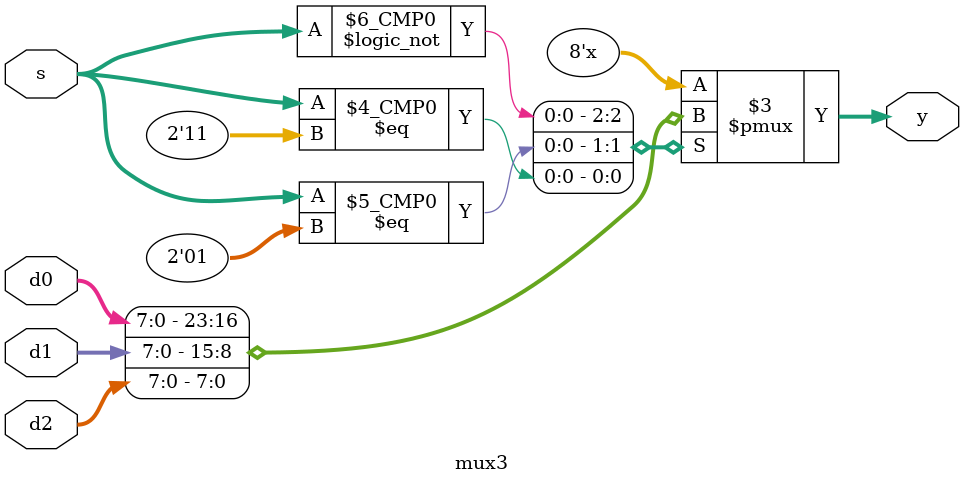
<source format=sv>
module mux2 #(parameter WIDTH = 8)
  (input logic [WIDTH-1:0] d0, d1,
   input logic s, output logic [WIDTH-1:0] y);
   
 assign y = s ? d1 : d0;
 
endmodule


module mux3 #(parameter WIDTH = 8)
  (input logic [WIDTH-1:0] d0, d1,d2,
   input logic [1:0]s, output logic [WIDTH-1:0] y);
 always_comb
  case(s)
         2'b00 : y <= d0;
         2'b01 : y <= d1;
         2'b11 : y <= d2;
         default : y <= {31{1'bx}} ;
endcase
endmodule
</source>
